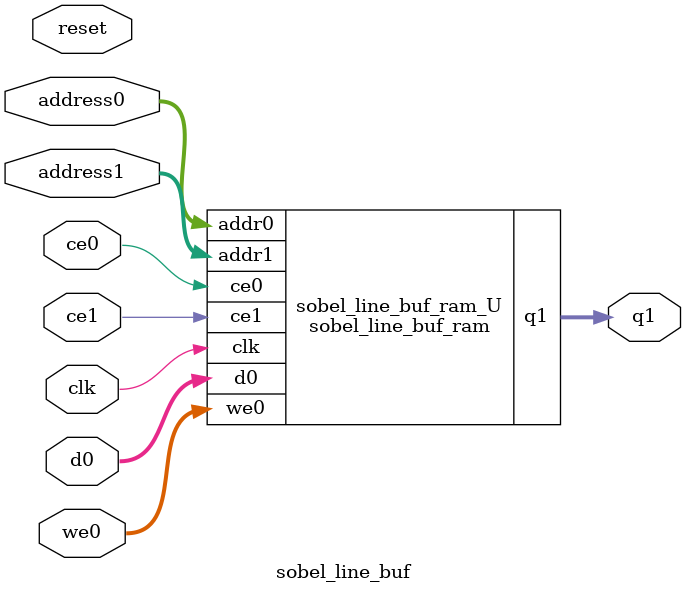
<source format=v>
`timescale 1 ns / 1 ps
module sobel_line_buf_ram (addr0, ce0, d0, we0, addr1, ce1, q1,  clk);

parameter DWIDTH = 24;
parameter AWIDTH = 8;
parameter MEM_SIZE = 256;
parameter COL_WIDTH = 8;
parameter NUM_COL = (DWIDTH/COL_WIDTH);

input[AWIDTH-1:0] addr0;
input ce0;
input[DWIDTH-1:0] d0;
input [NUM_COL-1:0] we0;
input[AWIDTH-1:0] addr1;
input ce1;
output reg[DWIDTH-1:0] q1;
input clk;

(* ram_style = "block" *)reg [DWIDTH-1:0] ram[0:MEM_SIZE-1];



genvar i;

generate
    for (i=0;i<NUM_COL;i=i+1) begin
        always @(posedge clk) begin
            if (ce0) begin
                if (we0[i])
                    ram[addr0][i*COL_WIDTH +: COL_WIDTH] <= d0[i*COL_WIDTH +: COL_WIDTH]; 
            end
        end
    end
endgenerate


always @(posedge clk) begin
    if (ce1) begin
        q1 <= ram[addr1];
    end
end


endmodule

`timescale 1 ns / 1 ps
module sobel_line_buf(
    reset,
    clk,
    address0,
    ce0,
    we0,
    d0,
    address1,
    ce1,
    q1);

parameter DataWidth = 32'd24;
parameter AddressRange = 32'd256;
parameter AddressWidth = 32'd8;
input reset;
input clk;
input[AddressWidth - 1:0] address0;
input ce0;
input[DataWidth/8 - 1:0] we0;
input[DataWidth - 1:0] d0;
input[AddressWidth - 1:0] address1;
input ce1;
output[DataWidth - 1:0] q1;



sobel_line_buf_ram sobel_line_buf_ram_U(
    .clk( clk ),
    .addr0( address0 ),
    .ce0( ce0 ),
    .we0( we0 ),
    .d0( d0 ),
    .addr1( address1 ),
    .ce1( ce1 ),
    .q1( q1 ));

endmodule


</source>
